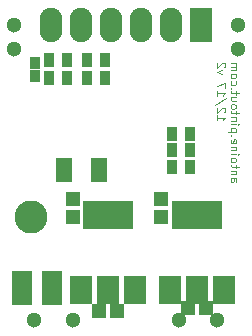
<source format=gbs>
G04 #@! TF.FileFunction,Soldermask,Bot*
%FSLAX46Y46*%
G04 Gerber Fmt 4.6, Leading zero omitted, Abs format (unit mm)*
G04 Created by KiCad (PCBNEW 4.0.7-e2-6376~58~ubuntu17.04.1) date Tue Dec 26 12:58:55 2017*
%MOMM*%
%LPD*%
G01*
G04 APERTURE LIST*
%ADD10C,0.100000*%
%ADD11R,1.400000X2.000000*%
%ADD12R,0.900000X1.000000*%
%ADD13R,1.200000X1.150000*%
%ADD14R,1.150000X1.200000*%
%ADD15R,0.900000X1.300000*%
%ADD16R,4.200000X2.400000*%
%ADD17R,1.900000X2.400000*%
%ADD18R,1.670000X2.940000*%
%ADD19R,1.924000X2.924000*%
%ADD20O,1.924000X2.924000*%
%ADD21C,2.800000*%
%ADD22C,1.300000*%
G04 APERTURE END LIST*
D10*
X165108333Y-119949995D02*
X165475000Y-119949995D01*
X165541667Y-119983329D01*
X165575000Y-120049995D01*
X165575000Y-120183329D01*
X165541667Y-120249995D01*
X165141667Y-119949995D02*
X165108333Y-120016662D01*
X165108333Y-120183329D01*
X165141667Y-120249995D01*
X165208333Y-120283329D01*
X165275000Y-120283329D01*
X165341667Y-120249995D01*
X165375000Y-120183329D01*
X165375000Y-120016662D01*
X165408333Y-119949995D01*
X165575000Y-119616662D02*
X165108333Y-119616662D01*
X165508333Y-119616662D02*
X165541667Y-119583329D01*
X165575000Y-119516662D01*
X165575000Y-119416662D01*
X165541667Y-119349996D01*
X165475000Y-119316662D01*
X165108333Y-119316662D01*
X165575000Y-119083329D02*
X165575000Y-118816663D01*
X165808333Y-118983329D02*
X165208333Y-118983329D01*
X165141667Y-118949996D01*
X165108333Y-118883329D01*
X165108333Y-118816663D01*
X165108333Y-118483329D02*
X165141667Y-118549996D01*
X165175000Y-118583329D01*
X165241667Y-118616663D01*
X165441667Y-118616663D01*
X165508333Y-118583329D01*
X165541667Y-118549996D01*
X165575000Y-118483329D01*
X165575000Y-118383329D01*
X165541667Y-118316663D01*
X165508333Y-118283329D01*
X165441667Y-118249996D01*
X165241667Y-118249996D01*
X165175000Y-118283329D01*
X165141667Y-118316663D01*
X165108333Y-118383329D01*
X165108333Y-118483329D01*
X165108333Y-117949996D02*
X165575000Y-117949996D01*
X165808333Y-117949996D02*
X165775000Y-117983330D01*
X165741667Y-117949996D01*
X165775000Y-117916663D01*
X165808333Y-117949996D01*
X165741667Y-117949996D01*
X165575000Y-117616663D02*
X165108333Y-117616663D01*
X165508333Y-117616663D02*
X165541667Y-117583330D01*
X165575000Y-117516663D01*
X165575000Y-117416663D01*
X165541667Y-117349997D01*
X165475000Y-117316663D01*
X165108333Y-117316663D01*
X165141667Y-116716664D02*
X165108333Y-116783330D01*
X165108333Y-116916664D01*
X165141667Y-116983330D01*
X165208333Y-117016664D01*
X165475000Y-117016664D01*
X165541667Y-116983330D01*
X165575000Y-116916664D01*
X165575000Y-116783330D01*
X165541667Y-116716664D01*
X165475000Y-116683330D01*
X165408333Y-116683330D01*
X165341667Y-117016664D01*
X165175000Y-116383330D02*
X165141667Y-116349997D01*
X165108333Y-116383330D01*
X165141667Y-116416664D01*
X165175000Y-116383330D01*
X165108333Y-116383330D01*
X165575000Y-116049997D02*
X164875000Y-116049997D01*
X165541667Y-116049997D02*
X165575000Y-115983331D01*
X165575000Y-115849997D01*
X165541667Y-115783331D01*
X165508333Y-115749997D01*
X165441667Y-115716664D01*
X165241667Y-115716664D01*
X165175000Y-115749997D01*
X165141667Y-115783331D01*
X165108333Y-115849997D01*
X165108333Y-115983331D01*
X165141667Y-116049997D01*
X165108333Y-115416664D02*
X165575000Y-115416664D01*
X165808333Y-115416664D02*
X165775000Y-115449998D01*
X165741667Y-115416664D01*
X165775000Y-115383331D01*
X165808333Y-115416664D01*
X165741667Y-115416664D01*
X165575000Y-115083331D02*
X165108333Y-115083331D01*
X165508333Y-115083331D02*
X165541667Y-115049998D01*
X165575000Y-114983331D01*
X165575000Y-114883331D01*
X165541667Y-114816665D01*
X165475000Y-114783331D01*
X165108333Y-114783331D01*
X165575000Y-114549998D02*
X165575000Y-114283332D01*
X165808333Y-114449998D02*
X165208333Y-114449998D01*
X165141667Y-114416665D01*
X165108333Y-114349998D01*
X165108333Y-114283332D01*
X165108333Y-113949998D02*
X165141667Y-114016665D01*
X165175000Y-114049998D01*
X165241667Y-114083332D01*
X165441667Y-114083332D01*
X165508333Y-114049998D01*
X165541667Y-114016665D01*
X165575000Y-113949998D01*
X165575000Y-113849998D01*
X165541667Y-113783332D01*
X165508333Y-113749998D01*
X165441667Y-113716665D01*
X165241667Y-113716665D01*
X165175000Y-113749998D01*
X165141667Y-113783332D01*
X165108333Y-113849998D01*
X165108333Y-113949998D01*
X165575000Y-113116665D02*
X165108333Y-113116665D01*
X165575000Y-113416665D02*
X165208333Y-113416665D01*
X165141667Y-113383332D01*
X165108333Y-113316665D01*
X165108333Y-113216665D01*
X165141667Y-113149999D01*
X165175000Y-113116665D01*
X165575000Y-112883332D02*
X165575000Y-112616666D01*
X165808333Y-112783332D02*
X165208333Y-112783332D01*
X165141667Y-112749999D01*
X165108333Y-112683332D01*
X165108333Y-112616666D01*
X165175000Y-112383332D02*
X165141667Y-112349999D01*
X165108333Y-112383332D01*
X165141667Y-112416666D01*
X165175000Y-112383332D01*
X165108333Y-112383332D01*
X165141667Y-111749999D02*
X165108333Y-111816666D01*
X165108333Y-111949999D01*
X165141667Y-112016666D01*
X165175000Y-112049999D01*
X165241667Y-112083333D01*
X165441667Y-112083333D01*
X165508333Y-112049999D01*
X165541667Y-112016666D01*
X165575000Y-111949999D01*
X165575000Y-111816666D01*
X165541667Y-111749999D01*
X165108333Y-111349999D02*
X165141667Y-111416666D01*
X165175000Y-111449999D01*
X165241667Y-111483333D01*
X165441667Y-111483333D01*
X165508333Y-111449999D01*
X165541667Y-111416666D01*
X165575000Y-111349999D01*
X165575000Y-111249999D01*
X165541667Y-111183333D01*
X165508333Y-111149999D01*
X165441667Y-111116666D01*
X165241667Y-111116666D01*
X165175000Y-111149999D01*
X165141667Y-111183333D01*
X165108333Y-111249999D01*
X165108333Y-111349999D01*
X165108333Y-110816666D02*
X165575000Y-110816666D01*
X165508333Y-110816666D02*
X165541667Y-110783333D01*
X165575000Y-110716666D01*
X165575000Y-110616666D01*
X165541667Y-110550000D01*
X165475000Y-110516666D01*
X165108333Y-110516666D01*
X165475000Y-110516666D02*
X165541667Y-110483333D01*
X165575000Y-110416666D01*
X165575000Y-110316666D01*
X165541667Y-110250000D01*
X165475000Y-110216666D01*
X165108333Y-110216666D01*
X163958333Y-114650001D02*
X163958333Y-115050001D01*
X163958333Y-114850001D02*
X164658333Y-114850001D01*
X164558333Y-114916667D01*
X164491667Y-114983334D01*
X164458333Y-115050001D01*
X164591667Y-114383334D02*
X164625000Y-114350000D01*
X164658333Y-114283334D01*
X164658333Y-114116667D01*
X164625000Y-114050000D01*
X164591667Y-114016667D01*
X164525000Y-113983334D01*
X164458333Y-113983334D01*
X164358333Y-114016667D01*
X163958333Y-114416667D01*
X163958333Y-113983334D01*
X164691667Y-113183333D02*
X163791667Y-113783333D01*
X163958333Y-112583334D02*
X163958333Y-112983334D01*
X163958333Y-112783334D02*
X164658333Y-112783334D01*
X164558333Y-112850000D01*
X164491667Y-112916667D01*
X164458333Y-112983334D01*
X164658333Y-112350000D02*
X164658333Y-111883333D01*
X163958333Y-112183333D01*
X164425000Y-111150000D02*
X163958333Y-110983333D01*
X164425000Y-110816667D01*
X164591667Y-110583334D02*
X164625000Y-110550000D01*
X164658333Y-110483334D01*
X164658333Y-110316667D01*
X164625000Y-110250000D01*
X164591667Y-110216667D01*
X164525000Y-110183334D01*
X164458333Y-110183334D01*
X164358333Y-110216667D01*
X163958333Y-110616667D01*
X163958333Y-110183334D01*
D11*
X151000000Y-119250000D03*
X154000000Y-119250000D03*
D12*
X148590000Y-110194000D03*
X148590000Y-111294000D03*
D13*
X163000000Y-131000000D03*
X161500000Y-131000000D03*
D14*
X159250000Y-121750000D03*
X159250000Y-123250000D03*
D13*
X155500000Y-131250000D03*
X154000000Y-131250000D03*
D14*
X151750000Y-121750000D03*
X151750000Y-123250000D03*
D15*
X151250000Y-110000000D03*
X149750000Y-110000000D03*
X160159000Y-116205000D03*
X161659000Y-116205000D03*
X160159000Y-117602000D03*
X161659000Y-117602000D03*
X151245000Y-111506000D03*
X149745000Y-111506000D03*
X160159000Y-118999000D03*
X161659000Y-118999000D03*
X153000000Y-110000000D03*
X154500000Y-110000000D03*
X153000000Y-111500000D03*
X154500000Y-111500000D03*
D16*
X162250000Y-123100000D03*
D17*
X162250000Y-129400000D03*
X159950000Y-129400000D03*
X164550000Y-129400000D03*
D16*
X154750000Y-123100000D03*
D17*
X154750000Y-129400000D03*
X152450000Y-129400000D03*
X157050000Y-129400000D03*
D18*
X147480000Y-129250000D03*
X150020000Y-129250000D03*
D19*
X162600000Y-107000000D03*
D20*
X160060000Y-107000000D03*
X157520000Y-107000000D03*
X154980000Y-107000000D03*
X152440000Y-107000000D03*
X149900000Y-107000000D03*
D21*
X148250000Y-123250000D03*
D22*
X146750000Y-107000000D03*
X165750000Y-107000000D03*
X146750000Y-109000000D03*
X165750000Y-109000000D03*
X148500000Y-132000000D03*
X164000000Y-132000000D03*
X151750000Y-132000000D03*
X160750000Y-132000000D03*
M02*

</source>
